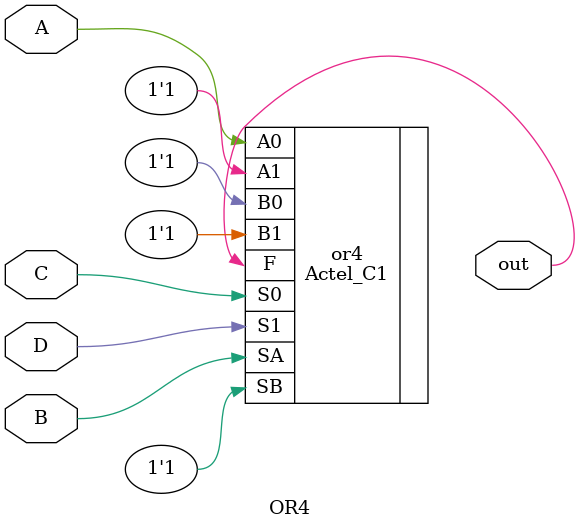
<source format=v>
module OR4 (input A, B, C, D, output out);

    Actel_C1 or4(.A0(A), .A1(1'b1), .SA(B), .B0(1'b1), .B1(1'b1), .SB(1'b1), .S0(C), .S1(D), .F(out));


endmodule
</source>
